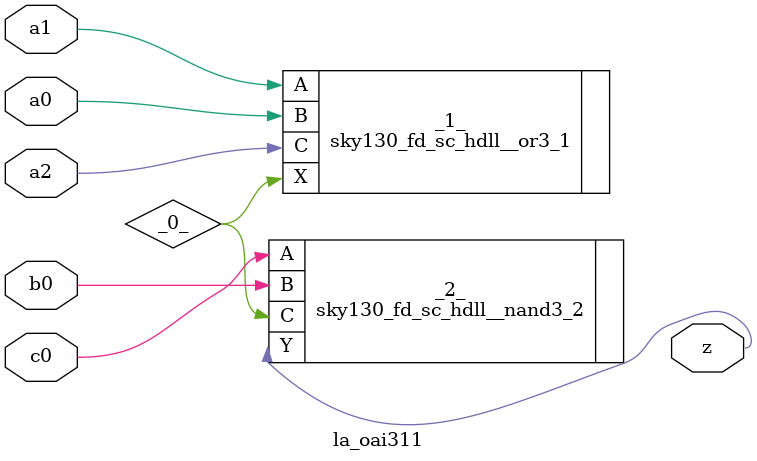
<source format=v>

/* Generated by Yosys 0.44 (git sha1 80ba43d26, g++ 11.4.0-1ubuntu1~22.04 -fPIC -O3) */

(* top =  1  *)
(* src = "inputs/la_oai311.v:10.1-23.10" *)
module la_oai311 (
    a0,
    a1,
    a2,
    b0,
    c0,
    z
);
  wire _0_;
  (* src = "inputs/la_oai311.v:13.12-13.14" *)
  input a0;
  wire a0;
  (* src = "inputs/la_oai311.v:14.12-14.14" *)
  input a1;
  wire a1;
  (* src = "inputs/la_oai311.v:15.12-15.14" *)
  input a2;
  wire a2;
  (* src = "inputs/la_oai311.v:16.12-16.14" *)
  input b0;
  wire b0;
  (* src = "inputs/la_oai311.v:17.12-17.14" *)
  input c0;
  wire c0;
  (* src = "inputs/la_oai311.v:18.12-18.13" *)
  output z;
  wire z;
  sky130_fd_sc_hdll__or3_1 _1_ (
      .A(a1),
      .B(a0),
      .C(a2),
      .X(_0_)
  );
  sky130_fd_sc_hdll__nand3_2 _2_ (
      .A(c0),
      .B(b0),
      .C(_0_),
      .Y(z)
  );
endmodule

</source>
